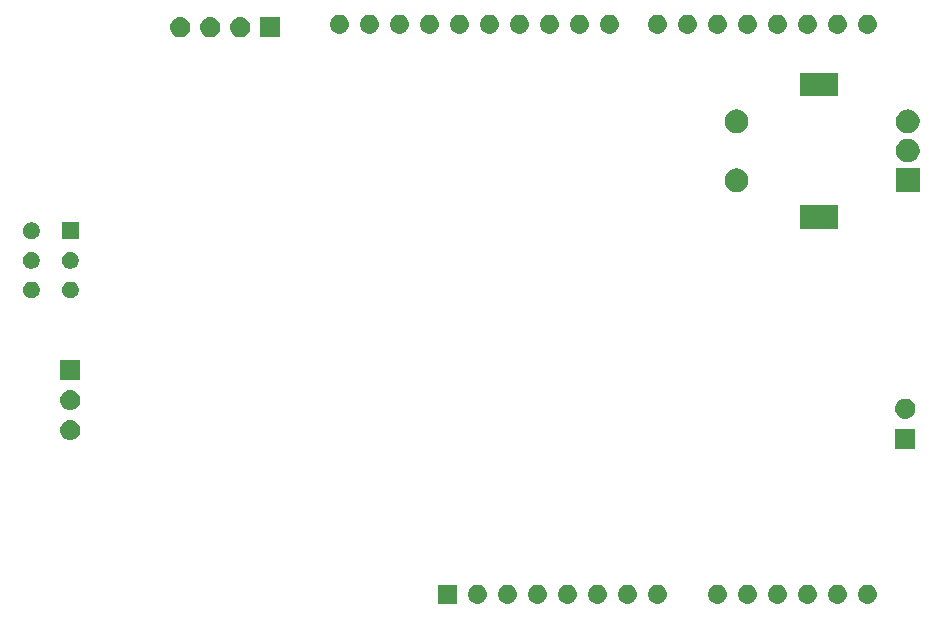
<source format=gbr>
%TF.GenerationSoftware,KiCad,Pcbnew,(5.0.1)-3*%
%TF.CreationDate,2020-11-23T15:34:51+02:00*%
%TF.ProjectId,Function_generator,46756E6374696F6E5F67656E65726174,rev?*%
%TF.SameCoordinates,Original*%
%TF.FileFunction,Soldermask,Bot*%
%TF.FilePolarity,Negative*%
%FSLAX46Y46*%
G04 Gerber Fmt 4.6, Leading zero omitted, Abs format (unit mm)*
G04 Created by KiCad (PCBNEW (5.0.1)-3) date 23.11.2020 15:34:51*
%MOMM*%
%LPD*%
G01*
G04 APERTURE LIST*
%ADD10C,0.100000*%
G04 APERTURE END LIST*
D10*
G36*
X152898649Y-105379717D02*
X152937827Y-105383576D01*
X153013227Y-105406448D01*
X153088629Y-105429321D01*
X153227608Y-105503608D01*
X153349422Y-105603578D01*
X153449392Y-105725392D01*
X153523679Y-105864371D01*
X153569424Y-106015174D01*
X153584870Y-106172000D01*
X153569424Y-106328826D01*
X153523679Y-106479629D01*
X153449392Y-106618608D01*
X153349422Y-106740422D01*
X153227608Y-106840392D01*
X153088629Y-106914679D01*
X153013227Y-106937552D01*
X152937827Y-106960424D01*
X152898649Y-106964283D01*
X152820295Y-106972000D01*
X152741705Y-106972000D01*
X152663351Y-106964283D01*
X152624173Y-106960424D01*
X152548773Y-106937552D01*
X152473371Y-106914679D01*
X152334392Y-106840392D01*
X152212578Y-106740422D01*
X152112608Y-106618608D01*
X152038321Y-106479629D01*
X151992576Y-106328826D01*
X151977130Y-106172000D01*
X151992576Y-106015174D01*
X152038321Y-105864371D01*
X152112608Y-105725392D01*
X152212578Y-105603578D01*
X152334392Y-105503608D01*
X152473371Y-105429321D01*
X152548773Y-105406448D01*
X152624173Y-105383576D01*
X152663351Y-105379717D01*
X152741705Y-105372000D01*
X152820295Y-105372000D01*
X152898649Y-105379717D01*
X152898649Y-105379717D01*
G37*
G36*
X150358649Y-105379717D02*
X150397827Y-105383576D01*
X150473227Y-105406448D01*
X150548629Y-105429321D01*
X150687608Y-105503608D01*
X150809422Y-105603578D01*
X150909392Y-105725392D01*
X150983679Y-105864371D01*
X151029424Y-106015174D01*
X151044870Y-106172000D01*
X151029424Y-106328826D01*
X150983679Y-106479629D01*
X150909392Y-106618608D01*
X150809422Y-106740422D01*
X150687608Y-106840392D01*
X150548629Y-106914679D01*
X150473227Y-106937552D01*
X150397827Y-106960424D01*
X150358649Y-106964283D01*
X150280295Y-106972000D01*
X150201705Y-106972000D01*
X150123351Y-106964283D01*
X150084173Y-106960424D01*
X150008773Y-106937552D01*
X149933371Y-106914679D01*
X149794392Y-106840392D01*
X149672578Y-106740422D01*
X149572608Y-106618608D01*
X149498321Y-106479629D01*
X149452576Y-106328826D01*
X149437130Y-106172000D01*
X149452576Y-106015174D01*
X149498321Y-105864371D01*
X149572608Y-105725392D01*
X149672578Y-105603578D01*
X149794392Y-105503608D01*
X149933371Y-105429321D01*
X150008773Y-105406448D01*
X150084173Y-105383576D01*
X150123351Y-105379717D01*
X150201705Y-105372000D01*
X150280295Y-105372000D01*
X150358649Y-105379717D01*
X150358649Y-105379717D01*
G37*
G36*
X147818649Y-105379717D02*
X147857827Y-105383576D01*
X147933227Y-105406448D01*
X148008629Y-105429321D01*
X148147608Y-105503608D01*
X148269422Y-105603578D01*
X148369392Y-105725392D01*
X148443679Y-105864371D01*
X148489424Y-106015174D01*
X148504870Y-106172000D01*
X148489424Y-106328826D01*
X148443679Y-106479629D01*
X148369392Y-106618608D01*
X148269422Y-106740422D01*
X148147608Y-106840392D01*
X148008629Y-106914679D01*
X147933227Y-106937552D01*
X147857827Y-106960424D01*
X147818649Y-106964283D01*
X147740295Y-106972000D01*
X147661705Y-106972000D01*
X147583351Y-106964283D01*
X147544173Y-106960424D01*
X147468773Y-106937552D01*
X147393371Y-106914679D01*
X147254392Y-106840392D01*
X147132578Y-106740422D01*
X147032608Y-106618608D01*
X146958321Y-106479629D01*
X146912576Y-106328826D01*
X146897130Y-106172000D01*
X146912576Y-106015174D01*
X146958321Y-105864371D01*
X147032608Y-105725392D01*
X147132578Y-105603578D01*
X147254392Y-105503608D01*
X147393371Y-105429321D01*
X147468773Y-105406448D01*
X147544173Y-105383576D01*
X147583351Y-105379717D01*
X147661705Y-105372000D01*
X147740295Y-105372000D01*
X147818649Y-105379717D01*
X147818649Y-105379717D01*
G37*
G36*
X145278649Y-105379717D02*
X145317827Y-105383576D01*
X145393227Y-105406448D01*
X145468629Y-105429321D01*
X145607608Y-105503608D01*
X145729422Y-105603578D01*
X145829392Y-105725392D01*
X145903679Y-105864371D01*
X145949424Y-106015174D01*
X145964870Y-106172000D01*
X145949424Y-106328826D01*
X145903679Y-106479629D01*
X145829392Y-106618608D01*
X145729422Y-106740422D01*
X145607608Y-106840392D01*
X145468629Y-106914679D01*
X145393227Y-106937552D01*
X145317827Y-106960424D01*
X145278649Y-106964283D01*
X145200295Y-106972000D01*
X145121705Y-106972000D01*
X145043351Y-106964283D01*
X145004173Y-106960424D01*
X144928773Y-106937552D01*
X144853371Y-106914679D01*
X144714392Y-106840392D01*
X144592578Y-106740422D01*
X144492608Y-106618608D01*
X144418321Y-106479629D01*
X144372576Y-106328826D01*
X144357130Y-106172000D01*
X144372576Y-106015174D01*
X144418321Y-105864371D01*
X144492608Y-105725392D01*
X144592578Y-105603578D01*
X144714392Y-105503608D01*
X144853371Y-105429321D01*
X144928773Y-105406448D01*
X145004173Y-105383576D01*
X145043351Y-105379717D01*
X145121705Y-105372000D01*
X145200295Y-105372000D01*
X145278649Y-105379717D01*
X145278649Y-105379717D01*
G37*
G36*
X142738649Y-105379717D02*
X142777827Y-105383576D01*
X142853227Y-105406448D01*
X142928629Y-105429321D01*
X143067608Y-105503608D01*
X143189422Y-105603578D01*
X143289392Y-105725392D01*
X143363679Y-105864371D01*
X143409424Y-106015174D01*
X143424870Y-106172000D01*
X143409424Y-106328826D01*
X143363679Y-106479629D01*
X143289392Y-106618608D01*
X143189422Y-106740422D01*
X143067608Y-106840392D01*
X142928629Y-106914679D01*
X142853227Y-106937552D01*
X142777827Y-106960424D01*
X142738649Y-106964283D01*
X142660295Y-106972000D01*
X142581705Y-106972000D01*
X142503351Y-106964283D01*
X142464173Y-106960424D01*
X142388773Y-106937552D01*
X142313371Y-106914679D01*
X142174392Y-106840392D01*
X142052578Y-106740422D01*
X141952608Y-106618608D01*
X141878321Y-106479629D01*
X141832576Y-106328826D01*
X141817130Y-106172000D01*
X141832576Y-106015174D01*
X141878321Y-105864371D01*
X141952608Y-105725392D01*
X142052578Y-105603578D01*
X142174392Y-105503608D01*
X142313371Y-105429321D01*
X142388773Y-105406448D01*
X142464173Y-105383576D01*
X142503351Y-105379717D01*
X142581705Y-105372000D01*
X142660295Y-105372000D01*
X142738649Y-105379717D01*
X142738649Y-105379717D01*
G37*
G36*
X140198649Y-105379717D02*
X140237827Y-105383576D01*
X140313227Y-105406448D01*
X140388629Y-105429321D01*
X140527608Y-105503608D01*
X140649422Y-105603578D01*
X140749392Y-105725392D01*
X140823679Y-105864371D01*
X140869424Y-106015174D01*
X140884870Y-106172000D01*
X140869424Y-106328826D01*
X140823679Y-106479629D01*
X140749392Y-106618608D01*
X140649422Y-106740422D01*
X140527608Y-106840392D01*
X140388629Y-106914679D01*
X140313227Y-106937552D01*
X140237827Y-106960424D01*
X140198649Y-106964283D01*
X140120295Y-106972000D01*
X140041705Y-106972000D01*
X139963351Y-106964283D01*
X139924173Y-106960424D01*
X139848773Y-106937552D01*
X139773371Y-106914679D01*
X139634392Y-106840392D01*
X139512578Y-106740422D01*
X139412608Y-106618608D01*
X139338321Y-106479629D01*
X139292576Y-106328826D01*
X139277130Y-106172000D01*
X139292576Y-106015174D01*
X139338321Y-105864371D01*
X139412608Y-105725392D01*
X139512578Y-105603578D01*
X139634392Y-105503608D01*
X139773371Y-105429321D01*
X139848773Y-105406448D01*
X139924173Y-105383576D01*
X139963351Y-105379717D01*
X140041705Y-105372000D01*
X140120295Y-105372000D01*
X140198649Y-105379717D01*
X140198649Y-105379717D01*
G37*
G36*
X135118649Y-105379717D02*
X135157827Y-105383576D01*
X135233227Y-105406448D01*
X135308629Y-105429321D01*
X135447608Y-105503608D01*
X135569422Y-105603578D01*
X135669392Y-105725392D01*
X135743679Y-105864371D01*
X135789424Y-106015174D01*
X135804870Y-106172000D01*
X135789424Y-106328826D01*
X135743679Y-106479629D01*
X135669392Y-106618608D01*
X135569422Y-106740422D01*
X135447608Y-106840392D01*
X135308629Y-106914679D01*
X135233227Y-106937552D01*
X135157827Y-106960424D01*
X135118649Y-106964283D01*
X135040295Y-106972000D01*
X134961705Y-106972000D01*
X134883351Y-106964283D01*
X134844173Y-106960424D01*
X134768773Y-106937552D01*
X134693371Y-106914679D01*
X134554392Y-106840392D01*
X134432578Y-106740422D01*
X134332608Y-106618608D01*
X134258321Y-106479629D01*
X134212576Y-106328826D01*
X134197130Y-106172000D01*
X134212576Y-106015174D01*
X134258321Y-105864371D01*
X134332608Y-105725392D01*
X134432578Y-105603578D01*
X134554392Y-105503608D01*
X134693371Y-105429321D01*
X134768773Y-105406448D01*
X134844173Y-105383576D01*
X134883351Y-105379717D01*
X134961705Y-105372000D01*
X135040295Y-105372000D01*
X135118649Y-105379717D01*
X135118649Y-105379717D01*
G37*
G36*
X130038649Y-105379717D02*
X130077827Y-105383576D01*
X130153227Y-105406448D01*
X130228629Y-105429321D01*
X130367608Y-105503608D01*
X130489422Y-105603578D01*
X130589392Y-105725392D01*
X130663679Y-105864371D01*
X130709424Y-106015174D01*
X130724870Y-106172000D01*
X130709424Y-106328826D01*
X130663679Y-106479629D01*
X130589392Y-106618608D01*
X130489422Y-106740422D01*
X130367608Y-106840392D01*
X130228629Y-106914679D01*
X130153227Y-106937552D01*
X130077827Y-106960424D01*
X130038649Y-106964283D01*
X129960295Y-106972000D01*
X129881705Y-106972000D01*
X129803351Y-106964283D01*
X129764173Y-106960424D01*
X129688773Y-106937552D01*
X129613371Y-106914679D01*
X129474392Y-106840392D01*
X129352578Y-106740422D01*
X129252608Y-106618608D01*
X129178321Y-106479629D01*
X129132576Y-106328826D01*
X129117130Y-106172000D01*
X129132576Y-106015174D01*
X129178321Y-105864371D01*
X129252608Y-105725392D01*
X129352578Y-105603578D01*
X129474392Y-105503608D01*
X129613371Y-105429321D01*
X129688773Y-105406448D01*
X129764173Y-105383576D01*
X129803351Y-105379717D01*
X129881705Y-105372000D01*
X129960295Y-105372000D01*
X130038649Y-105379717D01*
X130038649Y-105379717D01*
G37*
G36*
X118021000Y-106972000D02*
X116421000Y-106972000D01*
X116421000Y-105372000D01*
X118021000Y-105372000D01*
X118021000Y-106972000D01*
X118021000Y-106972000D01*
G37*
G36*
X119878649Y-105379717D02*
X119917827Y-105383576D01*
X119993227Y-105406448D01*
X120068629Y-105429321D01*
X120207608Y-105503608D01*
X120329422Y-105603578D01*
X120429392Y-105725392D01*
X120503679Y-105864371D01*
X120549424Y-106015174D01*
X120564870Y-106172000D01*
X120549424Y-106328826D01*
X120503679Y-106479629D01*
X120429392Y-106618608D01*
X120329422Y-106740422D01*
X120207608Y-106840392D01*
X120068629Y-106914679D01*
X119993227Y-106937552D01*
X119917827Y-106960424D01*
X119878649Y-106964283D01*
X119800295Y-106972000D01*
X119721705Y-106972000D01*
X119643351Y-106964283D01*
X119604173Y-106960424D01*
X119528773Y-106937552D01*
X119453371Y-106914679D01*
X119314392Y-106840392D01*
X119192578Y-106740422D01*
X119092608Y-106618608D01*
X119018321Y-106479629D01*
X118972576Y-106328826D01*
X118957130Y-106172000D01*
X118972576Y-106015174D01*
X119018321Y-105864371D01*
X119092608Y-105725392D01*
X119192578Y-105603578D01*
X119314392Y-105503608D01*
X119453371Y-105429321D01*
X119528773Y-105406448D01*
X119604173Y-105383576D01*
X119643351Y-105379717D01*
X119721705Y-105372000D01*
X119800295Y-105372000D01*
X119878649Y-105379717D01*
X119878649Y-105379717D01*
G37*
G36*
X122418649Y-105379717D02*
X122457827Y-105383576D01*
X122533227Y-105406448D01*
X122608629Y-105429321D01*
X122747608Y-105503608D01*
X122869422Y-105603578D01*
X122969392Y-105725392D01*
X123043679Y-105864371D01*
X123089424Y-106015174D01*
X123104870Y-106172000D01*
X123089424Y-106328826D01*
X123043679Y-106479629D01*
X122969392Y-106618608D01*
X122869422Y-106740422D01*
X122747608Y-106840392D01*
X122608629Y-106914679D01*
X122533227Y-106937552D01*
X122457827Y-106960424D01*
X122418649Y-106964283D01*
X122340295Y-106972000D01*
X122261705Y-106972000D01*
X122183351Y-106964283D01*
X122144173Y-106960424D01*
X122068773Y-106937552D01*
X121993371Y-106914679D01*
X121854392Y-106840392D01*
X121732578Y-106740422D01*
X121632608Y-106618608D01*
X121558321Y-106479629D01*
X121512576Y-106328826D01*
X121497130Y-106172000D01*
X121512576Y-106015174D01*
X121558321Y-105864371D01*
X121632608Y-105725392D01*
X121732578Y-105603578D01*
X121854392Y-105503608D01*
X121993371Y-105429321D01*
X122068773Y-105406448D01*
X122144173Y-105383576D01*
X122183351Y-105379717D01*
X122261705Y-105372000D01*
X122340295Y-105372000D01*
X122418649Y-105379717D01*
X122418649Y-105379717D01*
G37*
G36*
X124958649Y-105379717D02*
X124997827Y-105383576D01*
X125073227Y-105406448D01*
X125148629Y-105429321D01*
X125287608Y-105503608D01*
X125409422Y-105603578D01*
X125509392Y-105725392D01*
X125583679Y-105864371D01*
X125629424Y-106015174D01*
X125644870Y-106172000D01*
X125629424Y-106328826D01*
X125583679Y-106479629D01*
X125509392Y-106618608D01*
X125409422Y-106740422D01*
X125287608Y-106840392D01*
X125148629Y-106914679D01*
X125073227Y-106937552D01*
X124997827Y-106960424D01*
X124958649Y-106964283D01*
X124880295Y-106972000D01*
X124801705Y-106972000D01*
X124723351Y-106964283D01*
X124684173Y-106960424D01*
X124608773Y-106937552D01*
X124533371Y-106914679D01*
X124394392Y-106840392D01*
X124272578Y-106740422D01*
X124172608Y-106618608D01*
X124098321Y-106479629D01*
X124052576Y-106328826D01*
X124037130Y-106172000D01*
X124052576Y-106015174D01*
X124098321Y-105864371D01*
X124172608Y-105725392D01*
X124272578Y-105603578D01*
X124394392Y-105503608D01*
X124533371Y-105429321D01*
X124608773Y-105406448D01*
X124684173Y-105383576D01*
X124723351Y-105379717D01*
X124801705Y-105372000D01*
X124880295Y-105372000D01*
X124958649Y-105379717D01*
X124958649Y-105379717D01*
G37*
G36*
X127498649Y-105379717D02*
X127537827Y-105383576D01*
X127613227Y-105406448D01*
X127688629Y-105429321D01*
X127827608Y-105503608D01*
X127949422Y-105603578D01*
X128049392Y-105725392D01*
X128123679Y-105864371D01*
X128169424Y-106015174D01*
X128184870Y-106172000D01*
X128169424Y-106328826D01*
X128123679Y-106479629D01*
X128049392Y-106618608D01*
X127949422Y-106740422D01*
X127827608Y-106840392D01*
X127688629Y-106914679D01*
X127613227Y-106937552D01*
X127537827Y-106960424D01*
X127498649Y-106964283D01*
X127420295Y-106972000D01*
X127341705Y-106972000D01*
X127263351Y-106964283D01*
X127224173Y-106960424D01*
X127148773Y-106937552D01*
X127073371Y-106914679D01*
X126934392Y-106840392D01*
X126812578Y-106740422D01*
X126712608Y-106618608D01*
X126638321Y-106479629D01*
X126592576Y-106328826D01*
X126577130Y-106172000D01*
X126592576Y-106015174D01*
X126638321Y-105864371D01*
X126712608Y-105725392D01*
X126812578Y-105603578D01*
X126934392Y-105503608D01*
X127073371Y-105429321D01*
X127148773Y-105406448D01*
X127224173Y-105383576D01*
X127263351Y-105379717D01*
X127341705Y-105372000D01*
X127420295Y-105372000D01*
X127498649Y-105379717D01*
X127498649Y-105379717D01*
G37*
G36*
X132578649Y-105379717D02*
X132617827Y-105383576D01*
X132693227Y-105406448D01*
X132768629Y-105429321D01*
X132907608Y-105503608D01*
X133029422Y-105603578D01*
X133129392Y-105725392D01*
X133203679Y-105864371D01*
X133249424Y-106015174D01*
X133264870Y-106172000D01*
X133249424Y-106328826D01*
X133203679Y-106479629D01*
X133129392Y-106618608D01*
X133029422Y-106740422D01*
X132907608Y-106840392D01*
X132768629Y-106914679D01*
X132693227Y-106937552D01*
X132617827Y-106960424D01*
X132578649Y-106964283D01*
X132500295Y-106972000D01*
X132421705Y-106972000D01*
X132343351Y-106964283D01*
X132304173Y-106960424D01*
X132228773Y-106937552D01*
X132153371Y-106914679D01*
X132014392Y-106840392D01*
X131892578Y-106740422D01*
X131792608Y-106618608D01*
X131718321Y-106479629D01*
X131672576Y-106328826D01*
X131657130Y-106172000D01*
X131672576Y-106015174D01*
X131718321Y-105864371D01*
X131792608Y-105725392D01*
X131892578Y-105603578D01*
X132014392Y-105503608D01*
X132153371Y-105429321D01*
X132228773Y-105406448D01*
X132304173Y-105383576D01*
X132343351Y-105379717D01*
X132421705Y-105372000D01*
X132500295Y-105372000D01*
X132578649Y-105379717D01*
X132578649Y-105379717D01*
G37*
G36*
X156850000Y-93850000D02*
X155150000Y-93850000D01*
X155150000Y-92150000D01*
X156850000Y-92150000D01*
X156850000Y-93850000D01*
X156850000Y-93850000D01*
G37*
G36*
X85466630Y-91442299D02*
X85626855Y-91490903D01*
X85774520Y-91569831D01*
X85903949Y-91676051D01*
X86010169Y-91805480D01*
X86089097Y-91953145D01*
X86137701Y-92113370D01*
X86154112Y-92280000D01*
X86137701Y-92446630D01*
X86089097Y-92606855D01*
X86010169Y-92754520D01*
X85903949Y-92883949D01*
X85774520Y-92990169D01*
X85626855Y-93069097D01*
X85466630Y-93117701D01*
X85341752Y-93130000D01*
X85258248Y-93130000D01*
X85133370Y-93117701D01*
X84973145Y-93069097D01*
X84825480Y-92990169D01*
X84696051Y-92883949D01*
X84589831Y-92754520D01*
X84510903Y-92606855D01*
X84462299Y-92446630D01*
X84445888Y-92280000D01*
X84462299Y-92113370D01*
X84510903Y-91953145D01*
X84589831Y-91805480D01*
X84696051Y-91676051D01*
X84825480Y-91569831D01*
X84973145Y-91490903D01*
X85133370Y-91442299D01*
X85258248Y-91430000D01*
X85341752Y-91430000D01*
X85466630Y-91442299D01*
X85466630Y-91442299D01*
G37*
G36*
X156166630Y-89622299D02*
X156326855Y-89670903D01*
X156474520Y-89749831D01*
X156603949Y-89856051D01*
X156710169Y-89985480D01*
X156789097Y-90133145D01*
X156837701Y-90293370D01*
X156854112Y-90460000D01*
X156837701Y-90626630D01*
X156789097Y-90786855D01*
X156710169Y-90934520D01*
X156603949Y-91063949D01*
X156474520Y-91170169D01*
X156326855Y-91249097D01*
X156166630Y-91297701D01*
X156041752Y-91310000D01*
X155958248Y-91310000D01*
X155833370Y-91297701D01*
X155673145Y-91249097D01*
X155525480Y-91170169D01*
X155396051Y-91063949D01*
X155289831Y-90934520D01*
X155210903Y-90786855D01*
X155162299Y-90626630D01*
X155145888Y-90460000D01*
X155162299Y-90293370D01*
X155210903Y-90133145D01*
X155289831Y-89985480D01*
X155396051Y-89856051D01*
X155525480Y-89749831D01*
X155673145Y-89670903D01*
X155833370Y-89622299D01*
X155958248Y-89610000D01*
X156041752Y-89610000D01*
X156166630Y-89622299D01*
X156166630Y-89622299D01*
G37*
G36*
X85466630Y-88902299D02*
X85626855Y-88950903D01*
X85774520Y-89029831D01*
X85903949Y-89136051D01*
X86010169Y-89265480D01*
X86089097Y-89413145D01*
X86137701Y-89573370D01*
X86154112Y-89740000D01*
X86137701Y-89906630D01*
X86089097Y-90066855D01*
X86010169Y-90214520D01*
X85903949Y-90343949D01*
X85774520Y-90450169D01*
X85626855Y-90529097D01*
X85466630Y-90577701D01*
X85341752Y-90590000D01*
X85258248Y-90590000D01*
X85133370Y-90577701D01*
X84973145Y-90529097D01*
X84825480Y-90450169D01*
X84696051Y-90343949D01*
X84589831Y-90214520D01*
X84510903Y-90066855D01*
X84462299Y-89906630D01*
X84445888Y-89740000D01*
X84462299Y-89573370D01*
X84510903Y-89413145D01*
X84589831Y-89265480D01*
X84696051Y-89136051D01*
X84825480Y-89029831D01*
X84973145Y-88950903D01*
X85133370Y-88902299D01*
X85258248Y-88890000D01*
X85341752Y-88890000D01*
X85466630Y-88902299D01*
X85466630Y-88902299D01*
G37*
G36*
X86150000Y-88050000D02*
X84450000Y-88050000D01*
X84450000Y-86350000D01*
X86150000Y-86350000D01*
X86150000Y-88050000D01*
X86150000Y-88050000D01*
G37*
G36*
X85504183Y-79726900D02*
X85631574Y-79779668D01*
X85746225Y-79856275D01*
X85843725Y-79953775D01*
X85920332Y-80068426D01*
X85973100Y-80195817D01*
X86000000Y-80331055D01*
X86000000Y-80468945D01*
X85973100Y-80604183D01*
X85920332Y-80731574D01*
X85843725Y-80846225D01*
X85746225Y-80943725D01*
X85631574Y-81020332D01*
X85504183Y-81073100D01*
X85368945Y-81100000D01*
X85231055Y-81100000D01*
X85095817Y-81073100D01*
X84968426Y-81020332D01*
X84853775Y-80943725D01*
X84756275Y-80846225D01*
X84679668Y-80731574D01*
X84626900Y-80604183D01*
X84600000Y-80468945D01*
X84600000Y-80331055D01*
X84626900Y-80195817D01*
X84679668Y-80068426D01*
X84756275Y-79953775D01*
X84853775Y-79856275D01*
X84968426Y-79779668D01*
X85095817Y-79726900D01*
X85231055Y-79700000D01*
X85368945Y-79700000D01*
X85504183Y-79726900D01*
X85504183Y-79726900D01*
G37*
G36*
X82204183Y-79726900D02*
X82331574Y-79779668D01*
X82446225Y-79856275D01*
X82543725Y-79953775D01*
X82620332Y-80068426D01*
X82673100Y-80195817D01*
X82700000Y-80331055D01*
X82700000Y-80468945D01*
X82673100Y-80604183D01*
X82620332Y-80731574D01*
X82543725Y-80846225D01*
X82446225Y-80943725D01*
X82331574Y-81020332D01*
X82204183Y-81073100D01*
X82068945Y-81100000D01*
X81931055Y-81100000D01*
X81795817Y-81073100D01*
X81668426Y-81020332D01*
X81553775Y-80943725D01*
X81456275Y-80846225D01*
X81379668Y-80731574D01*
X81326900Y-80604183D01*
X81300000Y-80468945D01*
X81300000Y-80331055D01*
X81326900Y-80195817D01*
X81379668Y-80068426D01*
X81456275Y-79953775D01*
X81553775Y-79856275D01*
X81668426Y-79779668D01*
X81795817Y-79726900D01*
X81931055Y-79700000D01*
X82068945Y-79700000D01*
X82204183Y-79726900D01*
X82204183Y-79726900D01*
G37*
G36*
X82204183Y-77226900D02*
X82331574Y-77279668D01*
X82446225Y-77356275D01*
X82543725Y-77453775D01*
X82620332Y-77568426D01*
X82673100Y-77695817D01*
X82700000Y-77831055D01*
X82700000Y-77968945D01*
X82673100Y-78104183D01*
X82620332Y-78231574D01*
X82543725Y-78346225D01*
X82446225Y-78443725D01*
X82331574Y-78520332D01*
X82204183Y-78573100D01*
X82068945Y-78600000D01*
X81931055Y-78600000D01*
X81795817Y-78573100D01*
X81668426Y-78520332D01*
X81553775Y-78443725D01*
X81456275Y-78346225D01*
X81379668Y-78231574D01*
X81326900Y-78104183D01*
X81300000Y-77968945D01*
X81300000Y-77831055D01*
X81326900Y-77695817D01*
X81379668Y-77568426D01*
X81456275Y-77453775D01*
X81553775Y-77356275D01*
X81668426Y-77279668D01*
X81795817Y-77226900D01*
X81931055Y-77200000D01*
X82068945Y-77200000D01*
X82204183Y-77226900D01*
X82204183Y-77226900D01*
G37*
G36*
X85504183Y-77226900D02*
X85631574Y-77279668D01*
X85746225Y-77356275D01*
X85843725Y-77453775D01*
X85920332Y-77568426D01*
X85973100Y-77695817D01*
X86000000Y-77831055D01*
X86000000Y-77968945D01*
X85973100Y-78104183D01*
X85920332Y-78231574D01*
X85843725Y-78346225D01*
X85746225Y-78443725D01*
X85631574Y-78520332D01*
X85504183Y-78573100D01*
X85368945Y-78600000D01*
X85231055Y-78600000D01*
X85095817Y-78573100D01*
X84968426Y-78520332D01*
X84853775Y-78443725D01*
X84756275Y-78346225D01*
X84679668Y-78231574D01*
X84626900Y-78104183D01*
X84600000Y-77968945D01*
X84600000Y-77831055D01*
X84626900Y-77695817D01*
X84679668Y-77568426D01*
X84756275Y-77453775D01*
X84853775Y-77356275D01*
X84968426Y-77279668D01*
X85095817Y-77226900D01*
X85231055Y-77200000D01*
X85368945Y-77200000D01*
X85504183Y-77226900D01*
X85504183Y-77226900D01*
G37*
G36*
X82204183Y-74726900D02*
X82331574Y-74779668D01*
X82446225Y-74856275D01*
X82543725Y-74953775D01*
X82620332Y-75068426D01*
X82673100Y-75195817D01*
X82700000Y-75331055D01*
X82700000Y-75468945D01*
X82673100Y-75604183D01*
X82620332Y-75731574D01*
X82543725Y-75846225D01*
X82446225Y-75943725D01*
X82331574Y-76020332D01*
X82204183Y-76073100D01*
X82068945Y-76100000D01*
X81931055Y-76100000D01*
X81795817Y-76073100D01*
X81668426Y-76020332D01*
X81553775Y-75943725D01*
X81456275Y-75846225D01*
X81379668Y-75731574D01*
X81326900Y-75604183D01*
X81300000Y-75468945D01*
X81300000Y-75331055D01*
X81326900Y-75195817D01*
X81379668Y-75068426D01*
X81456275Y-74953775D01*
X81553775Y-74856275D01*
X81668426Y-74779668D01*
X81795817Y-74726900D01*
X81931055Y-74700000D01*
X82068945Y-74700000D01*
X82204183Y-74726900D01*
X82204183Y-74726900D01*
G37*
G36*
X86000000Y-76100000D02*
X84600000Y-76100000D01*
X84600000Y-74700000D01*
X86000000Y-74700000D01*
X86000000Y-76100000D01*
X86000000Y-76100000D01*
G37*
G36*
X150310000Y-75220000D02*
X147110000Y-75220000D01*
X147110000Y-73220000D01*
X150310000Y-73220000D01*
X150310000Y-75220000D01*
X150310000Y-75220000D01*
G37*
G36*
X157210000Y-72120000D02*
X155210000Y-72120000D01*
X155210000Y-70120000D01*
X157210000Y-70120000D01*
X157210000Y-72120000D01*
X157210000Y-72120000D01*
G37*
G36*
X141885770Y-70135372D02*
X142001689Y-70158429D01*
X142183678Y-70233811D01*
X142347463Y-70343249D01*
X142486751Y-70482537D01*
X142596189Y-70646322D01*
X142671571Y-70828311D01*
X142710000Y-71021509D01*
X142710000Y-71218491D01*
X142671571Y-71411689D01*
X142596189Y-71593678D01*
X142486751Y-71757463D01*
X142347463Y-71896751D01*
X142183678Y-72006189D01*
X142001689Y-72081571D01*
X141885770Y-72104628D01*
X141808493Y-72120000D01*
X141611507Y-72120000D01*
X141534230Y-72104628D01*
X141418311Y-72081571D01*
X141236322Y-72006189D01*
X141072537Y-71896751D01*
X140933249Y-71757463D01*
X140823811Y-71593678D01*
X140748429Y-71411689D01*
X140710000Y-71218491D01*
X140710000Y-71021509D01*
X140748429Y-70828311D01*
X140823811Y-70646322D01*
X140933249Y-70482537D01*
X141072537Y-70343249D01*
X141236322Y-70233811D01*
X141418311Y-70158429D01*
X141534230Y-70135372D01*
X141611507Y-70120000D01*
X141808493Y-70120000D01*
X141885770Y-70135372D01*
X141885770Y-70135372D01*
G37*
G36*
X156385770Y-67635372D02*
X156501689Y-67658429D01*
X156683678Y-67733811D01*
X156847463Y-67843249D01*
X156986751Y-67982537D01*
X157096189Y-68146322D01*
X157171571Y-68328311D01*
X157210000Y-68521509D01*
X157210000Y-68718491D01*
X157171571Y-68911689D01*
X157096189Y-69093678D01*
X156986751Y-69257463D01*
X156847463Y-69396751D01*
X156683678Y-69506189D01*
X156501689Y-69581571D01*
X156385770Y-69604628D01*
X156308493Y-69620000D01*
X156111507Y-69620000D01*
X156034230Y-69604628D01*
X155918311Y-69581571D01*
X155736322Y-69506189D01*
X155572537Y-69396751D01*
X155433249Y-69257463D01*
X155323811Y-69093678D01*
X155248429Y-68911689D01*
X155210000Y-68718491D01*
X155210000Y-68521509D01*
X155248429Y-68328311D01*
X155323811Y-68146322D01*
X155433249Y-67982537D01*
X155572537Y-67843249D01*
X155736322Y-67733811D01*
X155918311Y-67658429D01*
X156034230Y-67635372D01*
X156111507Y-67620000D01*
X156308493Y-67620000D01*
X156385770Y-67635372D01*
X156385770Y-67635372D01*
G37*
G36*
X141885770Y-65135372D02*
X142001689Y-65158429D01*
X142183678Y-65233811D01*
X142347463Y-65343249D01*
X142486751Y-65482537D01*
X142596189Y-65646322D01*
X142671571Y-65828311D01*
X142710000Y-66021509D01*
X142710000Y-66218491D01*
X142671571Y-66411689D01*
X142596189Y-66593678D01*
X142486751Y-66757463D01*
X142347463Y-66896751D01*
X142183678Y-67006189D01*
X142001689Y-67081571D01*
X141885770Y-67104628D01*
X141808493Y-67120000D01*
X141611507Y-67120000D01*
X141534230Y-67104628D01*
X141418311Y-67081571D01*
X141236322Y-67006189D01*
X141072537Y-66896751D01*
X140933249Y-66757463D01*
X140823811Y-66593678D01*
X140748429Y-66411689D01*
X140710000Y-66218491D01*
X140710000Y-66021509D01*
X140748429Y-65828311D01*
X140823811Y-65646322D01*
X140933249Y-65482537D01*
X141072537Y-65343249D01*
X141236322Y-65233811D01*
X141418311Y-65158429D01*
X141534230Y-65135372D01*
X141611507Y-65120000D01*
X141808493Y-65120000D01*
X141885770Y-65135372D01*
X141885770Y-65135372D01*
G37*
G36*
X156385770Y-65135372D02*
X156501689Y-65158429D01*
X156683678Y-65233811D01*
X156847463Y-65343249D01*
X156986751Y-65482537D01*
X157096189Y-65646322D01*
X157171571Y-65828311D01*
X157210000Y-66021509D01*
X157210000Y-66218491D01*
X157171571Y-66411689D01*
X157096189Y-66593678D01*
X156986751Y-66757463D01*
X156847463Y-66896751D01*
X156683678Y-67006189D01*
X156501689Y-67081571D01*
X156385770Y-67104628D01*
X156308493Y-67120000D01*
X156111507Y-67120000D01*
X156034230Y-67104628D01*
X155918311Y-67081571D01*
X155736322Y-67006189D01*
X155572537Y-66896751D01*
X155433249Y-66757463D01*
X155323811Y-66593678D01*
X155248429Y-66411689D01*
X155210000Y-66218491D01*
X155210000Y-66021509D01*
X155248429Y-65828311D01*
X155323811Y-65646322D01*
X155433249Y-65482537D01*
X155572537Y-65343249D01*
X155736322Y-65233811D01*
X155918311Y-65158429D01*
X156034230Y-65135372D01*
X156111507Y-65120000D01*
X156308493Y-65120000D01*
X156385770Y-65135372D01*
X156385770Y-65135372D01*
G37*
G36*
X150310000Y-64020000D02*
X147110000Y-64020000D01*
X147110000Y-62020000D01*
X150310000Y-62020000D01*
X150310000Y-64020000D01*
X150310000Y-64020000D01*
G37*
G36*
X94781630Y-57328299D02*
X94941855Y-57376903D01*
X95089520Y-57455831D01*
X95218949Y-57562051D01*
X95325169Y-57691480D01*
X95404097Y-57839145D01*
X95452701Y-57999370D01*
X95469112Y-58166000D01*
X95452701Y-58332630D01*
X95404097Y-58492855D01*
X95325169Y-58640520D01*
X95218949Y-58769949D01*
X95089520Y-58876169D01*
X94941855Y-58955097D01*
X94781630Y-59003701D01*
X94656752Y-59016000D01*
X94573248Y-59016000D01*
X94448370Y-59003701D01*
X94288145Y-58955097D01*
X94140480Y-58876169D01*
X94011051Y-58769949D01*
X93904831Y-58640520D01*
X93825903Y-58492855D01*
X93777299Y-58332630D01*
X93760888Y-58166000D01*
X93777299Y-57999370D01*
X93825903Y-57839145D01*
X93904831Y-57691480D01*
X94011051Y-57562051D01*
X94140480Y-57455831D01*
X94288145Y-57376903D01*
X94448370Y-57328299D01*
X94573248Y-57316000D01*
X94656752Y-57316000D01*
X94781630Y-57328299D01*
X94781630Y-57328299D01*
G37*
G36*
X97321630Y-57328299D02*
X97481855Y-57376903D01*
X97629520Y-57455831D01*
X97758949Y-57562051D01*
X97865169Y-57691480D01*
X97944097Y-57839145D01*
X97992701Y-57999370D01*
X98009112Y-58166000D01*
X97992701Y-58332630D01*
X97944097Y-58492855D01*
X97865169Y-58640520D01*
X97758949Y-58769949D01*
X97629520Y-58876169D01*
X97481855Y-58955097D01*
X97321630Y-59003701D01*
X97196752Y-59016000D01*
X97113248Y-59016000D01*
X96988370Y-59003701D01*
X96828145Y-58955097D01*
X96680480Y-58876169D01*
X96551051Y-58769949D01*
X96444831Y-58640520D01*
X96365903Y-58492855D01*
X96317299Y-58332630D01*
X96300888Y-58166000D01*
X96317299Y-57999370D01*
X96365903Y-57839145D01*
X96444831Y-57691480D01*
X96551051Y-57562051D01*
X96680480Y-57455831D01*
X96828145Y-57376903D01*
X96988370Y-57328299D01*
X97113248Y-57316000D01*
X97196752Y-57316000D01*
X97321630Y-57328299D01*
X97321630Y-57328299D01*
G37*
G36*
X103085000Y-59016000D02*
X101385000Y-59016000D01*
X101385000Y-57316000D01*
X103085000Y-57316000D01*
X103085000Y-59016000D01*
X103085000Y-59016000D01*
G37*
G36*
X99861630Y-57328299D02*
X100021855Y-57376903D01*
X100169520Y-57455831D01*
X100298949Y-57562051D01*
X100405169Y-57691480D01*
X100484097Y-57839145D01*
X100532701Y-57999370D01*
X100549112Y-58166000D01*
X100532701Y-58332630D01*
X100484097Y-58492855D01*
X100405169Y-58640520D01*
X100298949Y-58769949D01*
X100169520Y-58876169D01*
X100021855Y-58955097D01*
X99861630Y-59003701D01*
X99736752Y-59016000D01*
X99653248Y-59016000D01*
X99528370Y-59003701D01*
X99368145Y-58955097D01*
X99220480Y-58876169D01*
X99091051Y-58769949D01*
X98984831Y-58640520D01*
X98905903Y-58492855D01*
X98857299Y-58332630D01*
X98840888Y-58166000D01*
X98857299Y-57999370D01*
X98905903Y-57839145D01*
X98984831Y-57691480D01*
X99091051Y-57562051D01*
X99220480Y-57455831D01*
X99368145Y-57376903D01*
X99528370Y-57328299D01*
X99653248Y-57316000D01*
X99736752Y-57316000D01*
X99861630Y-57328299D01*
X99861630Y-57328299D01*
G37*
G36*
X152898649Y-57119717D02*
X152937827Y-57123576D01*
X153013228Y-57146449D01*
X153088629Y-57169321D01*
X153227608Y-57243608D01*
X153349422Y-57343578D01*
X153449392Y-57465392D01*
X153523679Y-57604371D01*
X153569424Y-57755174D01*
X153584870Y-57912000D01*
X153569424Y-58068826D01*
X153523679Y-58219629D01*
X153449392Y-58358608D01*
X153349422Y-58480422D01*
X153227608Y-58580392D01*
X153088629Y-58654679D01*
X153013227Y-58677552D01*
X152937827Y-58700424D01*
X152898649Y-58704283D01*
X152820295Y-58712000D01*
X152741705Y-58712000D01*
X152663351Y-58704283D01*
X152624173Y-58700424D01*
X152548772Y-58677551D01*
X152473371Y-58654679D01*
X152334392Y-58580392D01*
X152212578Y-58480422D01*
X152112608Y-58358608D01*
X152038321Y-58219629D01*
X151992576Y-58068826D01*
X151977130Y-57912000D01*
X151992576Y-57755174D01*
X152038321Y-57604371D01*
X152112608Y-57465392D01*
X152212578Y-57343578D01*
X152334392Y-57243608D01*
X152473371Y-57169321D01*
X152548772Y-57146449D01*
X152624173Y-57123576D01*
X152663351Y-57119717D01*
X152741705Y-57112000D01*
X152820295Y-57112000D01*
X152898649Y-57119717D01*
X152898649Y-57119717D01*
G37*
G36*
X147818649Y-57119717D02*
X147857827Y-57123576D01*
X147933228Y-57146449D01*
X148008629Y-57169321D01*
X148147608Y-57243608D01*
X148269422Y-57343578D01*
X148369392Y-57465392D01*
X148443679Y-57604371D01*
X148489424Y-57755174D01*
X148504870Y-57912000D01*
X148489424Y-58068826D01*
X148443679Y-58219629D01*
X148369392Y-58358608D01*
X148269422Y-58480422D01*
X148147608Y-58580392D01*
X148008629Y-58654679D01*
X147933227Y-58677552D01*
X147857827Y-58700424D01*
X147818649Y-58704283D01*
X147740295Y-58712000D01*
X147661705Y-58712000D01*
X147583351Y-58704283D01*
X147544173Y-58700424D01*
X147468772Y-58677551D01*
X147393371Y-58654679D01*
X147254392Y-58580392D01*
X147132578Y-58480422D01*
X147032608Y-58358608D01*
X146958321Y-58219629D01*
X146912576Y-58068826D01*
X146897130Y-57912000D01*
X146912576Y-57755174D01*
X146958321Y-57604371D01*
X147032608Y-57465392D01*
X147132578Y-57343578D01*
X147254392Y-57243608D01*
X147393371Y-57169321D01*
X147468772Y-57146449D01*
X147544173Y-57123576D01*
X147583351Y-57119717D01*
X147661705Y-57112000D01*
X147740295Y-57112000D01*
X147818649Y-57119717D01*
X147818649Y-57119717D01*
G37*
G36*
X145278649Y-57119717D02*
X145317827Y-57123576D01*
X145393228Y-57146449D01*
X145468629Y-57169321D01*
X145607608Y-57243608D01*
X145729422Y-57343578D01*
X145829392Y-57465392D01*
X145903679Y-57604371D01*
X145949424Y-57755174D01*
X145964870Y-57912000D01*
X145949424Y-58068826D01*
X145903679Y-58219629D01*
X145829392Y-58358608D01*
X145729422Y-58480422D01*
X145607608Y-58580392D01*
X145468629Y-58654679D01*
X145393227Y-58677552D01*
X145317827Y-58700424D01*
X145278649Y-58704283D01*
X145200295Y-58712000D01*
X145121705Y-58712000D01*
X145043351Y-58704283D01*
X145004173Y-58700424D01*
X144928772Y-58677551D01*
X144853371Y-58654679D01*
X144714392Y-58580392D01*
X144592578Y-58480422D01*
X144492608Y-58358608D01*
X144418321Y-58219629D01*
X144372576Y-58068826D01*
X144357130Y-57912000D01*
X144372576Y-57755174D01*
X144418321Y-57604371D01*
X144492608Y-57465392D01*
X144592578Y-57343578D01*
X144714392Y-57243608D01*
X144853371Y-57169321D01*
X144928772Y-57146449D01*
X145004173Y-57123576D01*
X145043351Y-57119717D01*
X145121705Y-57112000D01*
X145200295Y-57112000D01*
X145278649Y-57119717D01*
X145278649Y-57119717D01*
G37*
G36*
X142738649Y-57119717D02*
X142777827Y-57123576D01*
X142853228Y-57146449D01*
X142928629Y-57169321D01*
X143067608Y-57243608D01*
X143189422Y-57343578D01*
X143289392Y-57465392D01*
X143363679Y-57604371D01*
X143409424Y-57755174D01*
X143424870Y-57912000D01*
X143409424Y-58068826D01*
X143363679Y-58219629D01*
X143289392Y-58358608D01*
X143189422Y-58480422D01*
X143067608Y-58580392D01*
X142928629Y-58654679D01*
X142853227Y-58677552D01*
X142777827Y-58700424D01*
X142738649Y-58704283D01*
X142660295Y-58712000D01*
X142581705Y-58712000D01*
X142503351Y-58704283D01*
X142464173Y-58700424D01*
X142388772Y-58677551D01*
X142313371Y-58654679D01*
X142174392Y-58580392D01*
X142052578Y-58480422D01*
X141952608Y-58358608D01*
X141878321Y-58219629D01*
X141832576Y-58068826D01*
X141817130Y-57912000D01*
X141832576Y-57755174D01*
X141878321Y-57604371D01*
X141952608Y-57465392D01*
X142052578Y-57343578D01*
X142174392Y-57243608D01*
X142313371Y-57169321D01*
X142388772Y-57146449D01*
X142464173Y-57123576D01*
X142503351Y-57119717D01*
X142581705Y-57112000D01*
X142660295Y-57112000D01*
X142738649Y-57119717D01*
X142738649Y-57119717D01*
G37*
G36*
X140198649Y-57119717D02*
X140237827Y-57123576D01*
X140313228Y-57146449D01*
X140388629Y-57169321D01*
X140527608Y-57243608D01*
X140649422Y-57343578D01*
X140749392Y-57465392D01*
X140823679Y-57604371D01*
X140869424Y-57755174D01*
X140884870Y-57912000D01*
X140869424Y-58068826D01*
X140823679Y-58219629D01*
X140749392Y-58358608D01*
X140649422Y-58480422D01*
X140527608Y-58580392D01*
X140388629Y-58654679D01*
X140313227Y-58677552D01*
X140237827Y-58700424D01*
X140198649Y-58704283D01*
X140120295Y-58712000D01*
X140041705Y-58712000D01*
X139963351Y-58704283D01*
X139924173Y-58700424D01*
X139848772Y-58677551D01*
X139773371Y-58654679D01*
X139634392Y-58580392D01*
X139512578Y-58480422D01*
X139412608Y-58358608D01*
X139338321Y-58219629D01*
X139292576Y-58068826D01*
X139277130Y-57912000D01*
X139292576Y-57755174D01*
X139338321Y-57604371D01*
X139412608Y-57465392D01*
X139512578Y-57343578D01*
X139634392Y-57243608D01*
X139773371Y-57169321D01*
X139848772Y-57146449D01*
X139924173Y-57123576D01*
X139963351Y-57119717D01*
X140041705Y-57112000D01*
X140120295Y-57112000D01*
X140198649Y-57119717D01*
X140198649Y-57119717D01*
G37*
G36*
X137658649Y-57119717D02*
X137697827Y-57123576D01*
X137773228Y-57146449D01*
X137848629Y-57169321D01*
X137987608Y-57243608D01*
X138109422Y-57343578D01*
X138209392Y-57465392D01*
X138283679Y-57604371D01*
X138329424Y-57755174D01*
X138344870Y-57912000D01*
X138329424Y-58068826D01*
X138283679Y-58219629D01*
X138209392Y-58358608D01*
X138109422Y-58480422D01*
X137987608Y-58580392D01*
X137848629Y-58654679D01*
X137773227Y-58677552D01*
X137697827Y-58700424D01*
X137658649Y-58704283D01*
X137580295Y-58712000D01*
X137501705Y-58712000D01*
X137423351Y-58704283D01*
X137384173Y-58700424D01*
X137308772Y-58677551D01*
X137233371Y-58654679D01*
X137094392Y-58580392D01*
X136972578Y-58480422D01*
X136872608Y-58358608D01*
X136798321Y-58219629D01*
X136752576Y-58068826D01*
X136737130Y-57912000D01*
X136752576Y-57755174D01*
X136798321Y-57604371D01*
X136872608Y-57465392D01*
X136972578Y-57343578D01*
X137094392Y-57243608D01*
X137233371Y-57169321D01*
X137308772Y-57146449D01*
X137384173Y-57123576D01*
X137423351Y-57119717D01*
X137501705Y-57112000D01*
X137580295Y-57112000D01*
X137658649Y-57119717D01*
X137658649Y-57119717D01*
G37*
G36*
X135118649Y-57119717D02*
X135157827Y-57123576D01*
X135233228Y-57146449D01*
X135308629Y-57169321D01*
X135447608Y-57243608D01*
X135569422Y-57343578D01*
X135669392Y-57465392D01*
X135743679Y-57604371D01*
X135789424Y-57755174D01*
X135804870Y-57912000D01*
X135789424Y-58068826D01*
X135743679Y-58219629D01*
X135669392Y-58358608D01*
X135569422Y-58480422D01*
X135447608Y-58580392D01*
X135308629Y-58654679D01*
X135233227Y-58677552D01*
X135157827Y-58700424D01*
X135118649Y-58704283D01*
X135040295Y-58712000D01*
X134961705Y-58712000D01*
X134883351Y-58704283D01*
X134844173Y-58700424D01*
X134768772Y-58677551D01*
X134693371Y-58654679D01*
X134554392Y-58580392D01*
X134432578Y-58480422D01*
X134332608Y-58358608D01*
X134258321Y-58219629D01*
X134212576Y-58068826D01*
X134197130Y-57912000D01*
X134212576Y-57755174D01*
X134258321Y-57604371D01*
X134332608Y-57465392D01*
X134432578Y-57343578D01*
X134554392Y-57243608D01*
X134693371Y-57169321D01*
X134768772Y-57146449D01*
X134844173Y-57123576D01*
X134883351Y-57119717D01*
X134961705Y-57112000D01*
X135040295Y-57112000D01*
X135118649Y-57119717D01*
X135118649Y-57119717D01*
G37*
G36*
X131058649Y-57119717D02*
X131097827Y-57123576D01*
X131173228Y-57146449D01*
X131248629Y-57169321D01*
X131387608Y-57243608D01*
X131509422Y-57343578D01*
X131609392Y-57465392D01*
X131683679Y-57604371D01*
X131729424Y-57755174D01*
X131744870Y-57912000D01*
X131729424Y-58068826D01*
X131683679Y-58219629D01*
X131609392Y-58358608D01*
X131509422Y-58480422D01*
X131387608Y-58580392D01*
X131248629Y-58654679D01*
X131173227Y-58677552D01*
X131097827Y-58700424D01*
X131058649Y-58704283D01*
X130980295Y-58712000D01*
X130901705Y-58712000D01*
X130823351Y-58704283D01*
X130784173Y-58700424D01*
X130708772Y-58677551D01*
X130633371Y-58654679D01*
X130494392Y-58580392D01*
X130372578Y-58480422D01*
X130272608Y-58358608D01*
X130198321Y-58219629D01*
X130152576Y-58068826D01*
X130137130Y-57912000D01*
X130152576Y-57755174D01*
X130198321Y-57604371D01*
X130272608Y-57465392D01*
X130372578Y-57343578D01*
X130494392Y-57243608D01*
X130633371Y-57169321D01*
X130708772Y-57146449D01*
X130784173Y-57123576D01*
X130823351Y-57119717D01*
X130901705Y-57112000D01*
X130980295Y-57112000D01*
X131058649Y-57119717D01*
X131058649Y-57119717D01*
G37*
G36*
X128518649Y-57119717D02*
X128557827Y-57123576D01*
X128633228Y-57146449D01*
X128708629Y-57169321D01*
X128847608Y-57243608D01*
X128969422Y-57343578D01*
X129069392Y-57465392D01*
X129143679Y-57604371D01*
X129189424Y-57755174D01*
X129204870Y-57912000D01*
X129189424Y-58068826D01*
X129143679Y-58219629D01*
X129069392Y-58358608D01*
X128969422Y-58480422D01*
X128847608Y-58580392D01*
X128708629Y-58654679D01*
X128633227Y-58677552D01*
X128557827Y-58700424D01*
X128518649Y-58704283D01*
X128440295Y-58712000D01*
X128361705Y-58712000D01*
X128283351Y-58704283D01*
X128244173Y-58700424D01*
X128168772Y-58677551D01*
X128093371Y-58654679D01*
X127954392Y-58580392D01*
X127832578Y-58480422D01*
X127732608Y-58358608D01*
X127658321Y-58219629D01*
X127612576Y-58068826D01*
X127597130Y-57912000D01*
X127612576Y-57755174D01*
X127658321Y-57604371D01*
X127732608Y-57465392D01*
X127832578Y-57343578D01*
X127954392Y-57243608D01*
X128093371Y-57169321D01*
X128168772Y-57146449D01*
X128244173Y-57123576D01*
X128283351Y-57119717D01*
X128361705Y-57112000D01*
X128440295Y-57112000D01*
X128518649Y-57119717D01*
X128518649Y-57119717D01*
G37*
G36*
X125978649Y-57119717D02*
X126017827Y-57123576D01*
X126093228Y-57146449D01*
X126168629Y-57169321D01*
X126307608Y-57243608D01*
X126429422Y-57343578D01*
X126529392Y-57465392D01*
X126603679Y-57604371D01*
X126649424Y-57755174D01*
X126664870Y-57912000D01*
X126649424Y-58068826D01*
X126603679Y-58219629D01*
X126529392Y-58358608D01*
X126429422Y-58480422D01*
X126307608Y-58580392D01*
X126168629Y-58654679D01*
X126093227Y-58677552D01*
X126017827Y-58700424D01*
X125978649Y-58704283D01*
X125900295Y-58712000D01*
X125821705Y-58712000D01*
X125743351Y-58704283D01*
X125704173Y-58700424D01*
X125628772Y-58677551D01*
X125553371Y-58654679D01*
X125414392Y-58580392D01*
X125292578Y-58480422D01*
X125192608Y-58358608D01*
X125118321Y-58219629D01*
X125072576Y-58068826D01*
X125057130Y-57912000D01*
X125072576Y-57755174D01*
X125118321Y-57604371D01*
X125192608Y-57465392D01*
X125292578Y-57343578D01*
X125414392Y-57243608D01*
X125553371Y-57169321D01*
X125628772Y-57146449D01*
X125704173Y-57123576D01*
X125743351Y-57119717D01*
X125821705Y-57112000D01*
X125900295Y-57112000D01*
X125978649Y-57119717D01*
X125978649Y-57119717D01*
G37*
G36*
X123438649Y-57119717D02*
X123477827Y-57123576D01*
X123553228Y-57146449D01*
X123628629Y-57169321D01*
X123767608Y-57243608D01*
X123889422Y-57343578D01*
X123989392Y-57465392D01*
X124063679Y-57604371D01*
X124109424Y-57755174D01*
X124124870Y-57912000D01*
X124109424Y-58068826D01*
X124063679Y-58219629D01*
X123989392Y-58358608D01*
X123889422Y-58480422D01*
X123767608Y-58580392D01*
X123628629Y-58654679D01*
X123553227Y-58677552D01*
X123477827Y-58700424D01*
X123438649Y-58704283D01*
X123360295Y-58712000D01*
X123281705Y-58712000D01*
X123203351Y-58704283D01*
X123164173Y-58700424D01*
X123088772Y-58677551D01*
X123013371Y-58654679D01*
X122874392Y-58580392D01*
X122752578Y-58480422D01*
X122652608Y-58358608D01*
X122578321Y-58219629D01*
X122532576Y-58068826D01*
X122517130Y-57912000D01*
X122532576Y-57755174D01*
X122578321Y-57604371D01*
X122652608Y-57465392D01*
X122752578Y-57343578D01*
X122874392Y-57243608D01*
X123013371Y-57169321D01*
X123088772Y-57146449D01*
X123164173Y-57123576D01*
X123203351Y-57119717D01*
X123281705Y-57112000D01*
X123360295Y-57112000D01*
X123438649Y-57119717D01*
X123438649Y-57119717D01*
G37*
G36*
X120898649Y-57119717D02*
X120937827Y-57123576D01*
X121013228Y-57146449D01*
X121088629Y-57169321D01*
X121227608Y-57243608D01*
X121349422Y-57343578D01*
X121449392Y-57465392D01*
X121523679Y-57604371D01*
X121569424Y-57755174D01*
X121584870Y-57912000D01*
X121569424Y-58068826D01*
X121523679Y-58219629D01*
X121449392Y-58358608D01*
X121349422Y-58480422D01*
X121227608Y-58580392D01*
X121088629Y-58654679D01*
X121013227Y-58677552D01*
X120937827Y-58700424D01*
X120898649Y-58704283D01*
X120820295Y-58712000D01*
X120741705Y-58712000D01*
X120663351Y-58704283D01*
X120624173Y-58700424D01*
X120548772Y-58677551D01*
X120473371Y-58654679D01*
X120334392Y-58580392D01*
X120212578Y-58480422D01*
X120112608Y-58358608D01*
X120038321Y-58219629D01*
X119992576Y-58068826D01*
X119977130Y-57912000D01*
X119992576Y-57755174D01*
X120038321Y-57604371D01*
X120112608Y-57465392D01*
X120212578Y-57343578D01*
X120334392Y-57243608D01*
X120473371Y-57169321D01*
X120548772Y-57146449D01*
X120624173Y-57123576D01*
X120663351Y-57119717D01*
X120741705Y-57112000D01*
X120820295Y-57112000D01*
X120898649Y-57119717D01*
X120898649Y-57119717D01*
G37*
G36*
X150358649Y-57119717D02*
X150397827Y-57123576D01*
X150473228Y-57146449D01*
X150548629Y-57169321D01*
X150687608Y-57243608D01*
X150809422Y-57343578D01*
X150909392Y-57465392D01*
X150983679Y-57604371D01*
X151029424Y-57755174D01*
X151044870Y-57912000D01*
X151029424Y-58068826D01*
X150983679Y-58219629D01*
X150909392Y-58358608D01*
X150809422Y-58480422D01*
X150687608Y-58580392D01*
X150548629Y-58654679D01*
X150473227Y-58677552D01*
X150397827Y-58700424D01*
X150358649Y-58704283D01*
X150280295Y-58712000D01*
X150201705Y-58712000D01*
X150123351Y-58704283D01*
X150084173Y-58700424D01*
X150008772Y-58677551D01*
X149933371Y-58654679D01*
X149794392Y-58580392D01*
X149672578Y-58480422D01*
X149572608Y-58358608D01*
X149498321Y-58219629D01*
X149452576Y-58068826D01*
X149437130Y-57912000D01*
X149452576Y-57755174D01*
X149498321Y-57604371D01*
X149572608Y-57465392D01*
X149672578Y-57343578D01*
X149794392Y-57243608D01*
X149933371Y-57169321D01*
X150008772Y-57146449D01*
X150084173Y-57123576D01*
X150123351Y-57119717D01*
X150201705Y-57112000D01*
X150280295Y-57112000D01*
X150358649Y-57119717D01*
X150358649Y-57119717D01*
G37*
G36*
X108198649Y-57119717D02*
X108237827Y-57123576D01*
X108313228Y-57146449D01*
X108388629Y-57169321D01*
X108527608Y-57243608D01*
X108649422Y-57343578D01*
X108749392Y-57465392D01*
X108823679Y-57604371D01*
X108869424Y-57755174D01*
X108884870Y-57912000D01*
X108869424Y-58068826D01*
X108823679Y-58219629D01*
X108749392Y-58358608D01*
X108649422Y-58480422D01*
X108527608Y-58580392D01*
X108388629Y-58654679D01*
X108313227Y-58677552D01*
X108237827Y-58700424D01*
X108198649Y-58704283D01*
X108120295Y-58712000D01*
X108041705Y-58712000D01*
X107963351Y-58704283D01*
X107924173Y-58700424D01*
X107848772Y-58677551D01*
X107773371Y-58654679D01*
X107634392Y-58580392D01*
X107512578Y-58480422D01*
X107412608Y-58358608D01*
X107338321Y-58219629D01*
X107292576Y-58068826D01*
X107277130Y-57912000D01*
X107292576Y-57755174D01*
X107338321Y-57604371D01*
X107412608Y-57465392D01*
X107512578Y-57343578D01*
X107634392Y-57243608D01*
X107773371Y-57169321D01*
X107848772Y-57146449D01*
X107924173Y-57123576D01*
X107963351Y-57119717D01*
X108041705Y-57112000D01*
X108120295Y-57112000D01*
X108198649Y-57119717D01*
X108198649Y-57119717D01*
G37*
G36*
X110738649Y-57119717D02*
X110777827Y-57123576D01*
X110853228Y-57146449D01*
X110928629Y-57169321D01*
X111067608Y-57243608D01*
X111189422Y-57343578D01*
X111289392Y-57465392D01*
X111363679Y-57604371D01*
X111409424Y-57755174D01*
X111424870Y-57912000D01*
X111409424Y-58068826D01*
X111363679Y-58219629D01*
X111289392Y-58358608D01*
X111189422Y-58480422D01*
X111067608Y-58580392D01*
X110928629Y-58654679D01*
X110853227Y-58677552D01*
X110777827Y-58700424D01*
X110738649Y-58704283D01*
X110660295Y-58712000D01*
X110581705Y-58712000D01*
X110503351Y-58704283D01*
X110464173Y-58700424D01*
X110388772Y-58677551D01*
X110313371Y-58654679D01*
X110174392Y-58580392D01*
X110052578Y-58480422D01*
X109952608Y-58358608D01*
X109878321Y-58219629D01*
X109832576Y-58068826D01*
X109817130Y-57912000D01*
X109832576Y-57755174D01*
X109878321Y-57604371D01*
X109952608Y-57465392D01*
X110052578Y-57343578D01*
X110174392Y-57243608D01*
X110313371Y-57169321D01*
X110388772Y-57146449D01*
X110464173Y-57123576D01*
X110503351Y-57119717D01*
X110581705Y-57112000D01*
X110660295Y-57112000D01*
X110738649Y-57119717D01*
X110738649Y-57119717D01*
G37*
G36*
X115818649Y-57119717D02*
X115857827Y-57123576D01*
X115933228Y-57146449D01*
X116008629Y-57169321D01*
X116147608Y-57243608D01*
X116269422Y-57343578D01*
X116369392Y-57465392D01*
X116443679Y-57604371D01*
X116489424Y-57755174D01*
X116504870Y-57912000D01*
X116489424Y-58068826D01*
X116443679Y-58219629D01*
X116369392Y-58358608D01*
X116269422Y-58480422D01*
X116147608Y-58580392D01*
X116008629Y-58654679D01*
X115933227Y-58677552D01*
X115857827Y-58700424D01*
X115818649Y-58704283D01*
X115740295Y-58712000D01*
X115661705Y-58712000D01*
X115583351Y-58704283D01*
X115544173Y-58700424D01*
X115468772Y-58677551D01*
X115393371Y-58654679D01*
X115254392Y-58580392D01*
X115132578Y-58480422D01*
X115032608Y-58358608D01*
X114958321Y-58219629D01*
X114912576Y-58068826D01*
X114897130Y-57912000D01*
X114912576Y-57755174D01*
X114958321Y-57604371D01*
X115032608Y-57465392D01*
X115132578Y-57343578D01*
X115254392Y-57243608D01*
X115393371Y-57169321D01*
X115468772Y-57146449D01*
X115544173Y-57123576D01*
X115583351Y-57119717D01*
X115661705Y-57112000D01*
X115740295Y-57112000D01*
X115818649Y-57119717D01*
X115818649Y-57119717D01*
G37*
G36*
X118358649Y-57119717D02*
X118397827Y-57123576D01*
X118473228Y-57146449D01*
X118548629Y-57169321D01*
X118687608Y-57243608D01*
X118809422Y-57343578D01*
X118909392Y-57465392D01*
X118983679Y-57604371D01*
X119029424Y-57755174D01*
X119044870Y-57912000D01*
X119029424Y-58068826D01*
X118983679Y-58219629D01*
X118909392Y-58358608D01*
X118809422Y-58480422D01*
X118687608Y-58580392D01*
X118548629Y-58654679D01*
X118473227Y-58677552D01*
X118397827Y-58700424D01*
X118358649Y-58704283D01*
X118280295Y-58712000D01*
X118201705Y-58712000D01*
X118123351Y-58704283D01*
X118084173Y-58700424D01*
X118008772Y-58677551D01*
X117933371Y-58654679D01*
X117794392Y-58580392D01*
X117672578Y-58480422D01*
X117572608Y-58358608D01*
X117498321Y-58219629D01*
X117452576Y-58068826D01*
X117437130Y-57912000D01*
X117452576Y-57755174D01*
X117498321Y-57604371D01*
X117572608Y-57465392D01*
X117672578Y-57343578D01*
X117794392Y-57243608D01*
X117933371Y-57169321D01*
X118008772Y-57146449D01*
X118084173Y-57123576D01*
X118123351Y-57119717D01*
X118201705Y-57112000D01*
X118280295Y-57112000D01*
X118358649Y-57119717D01*
X118358649Y-57119717D01*
G37*
G36*
X113278649Y-57119717D02*
X113317827Y-57123576D01*
X113393228Y-57146449D01*
X113468629Y-57169321D01*
X113607608Y-57243608D01*
X113729422Y-57343578D01*
X113829392Y-57465392D01*
X113903679Y-57604371D01*
X113949424Y-57755174D01*
X113964870Y-57912000D01*
X113949424Y-58068826D01*
X113903679Y-58219629D01*
X113829392Y-58358608D01*
X113729422Y-58480422D01*
X113607608Y-58580392D01*
X113468629Y-58654679D01*
X113393227Y-58677552D01*
X113317827Y-58700424D01*
X113278649Y-58704283D01*
X113200295Y-58712000D01*
X113121705Y-58712000D01*
X113043351Y-58704283D01*
X113004173Y-58700424D01*
X112928772Y-58677551D01*
X112853371Y-58654679D01*
X112714392Y-58580392D01*
X112592578Y-58480422D01*
X112492608Y-58358608D01*
X112418321Y-58219629D01*
X112372576Y-58068826D01*
X112357130Y-57912000D01*
X112372576Y-57755174D01*
X112418321Y-57604371D01*
X112492608Y-57465392D01*
X112592578Y-57343578D01*
X112714392Y-57243608D01*
X112853371Y-57169321D01*
X112928772Y-57146449D01*
X113004173Y-57123576D01*
X113043351Y-57119717D01*
X113121705Y-57112000D01*
X113200295Y-57112000D01*
X113278649Y-57119717D01*
X113278649Y-57119717D01*
G37*
M02*

</source>
